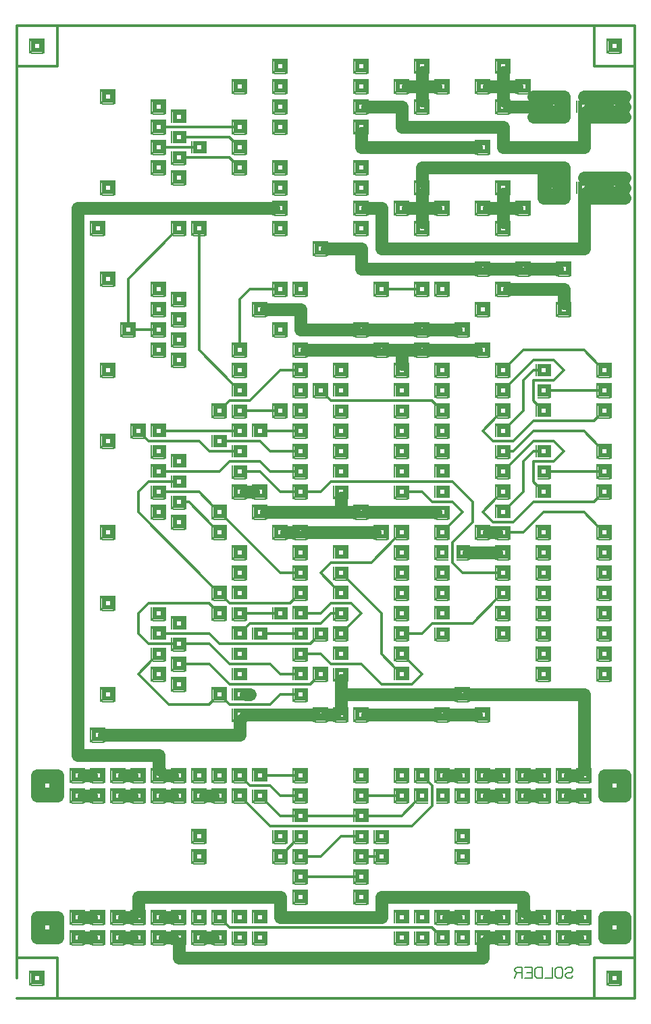
<source format=gbl>
%MOIN*%
%FSLAX23Y23*%
%ADD10C,.012*%
%ADD11C,.062*%
%ADD12C,.050X.024*%
%ADD13R,.062X.062X.024*%
%ADD14C,.016*%
%ADD15R,.008X.062*%
%ADD16R,.062X.008*%
%ADD17C,.008*%
%LPD*%
G90*X0Y0D02*D13*X100Y100D03*D14*X131Y131D03*      
Y69D03*X69Y131D03*Y69D03*D15*X135Y100D03*X65D03*  
D16*X100Y135D03*Y65D03*X0Y100D02*D10*Y200D01*     
X200D01*Y0D01*X0D01*X200D02*X2850D01*X3050D01*    
Y200D01*X2850D01*Y0D01*D13*X2950Y100D03*D14*      
X2981Y131D03*Y69D03*X2919Y131D03*Y69D03*D15*      
X2985Y100D03*X2915D03*D16*X2950Y135D03*Y65D03*    
X3050Y200D02*D10*Y4600D01*X2850D01*Y4800D01*      
X200D01*Y4600D01*X0D01*Y200D01*X100Y300D02*D11*   
X200D01*Y400D01*X100D01*Y300D01*D13*X150Y350D03*  
X300Y300D03*D14*X331Y331D03*Y269D03*X269Y331D03*  
Y269D03*D15*X335Y300D03*X265D03*D16*X300Y335D03*  
Y265D03*X331Y300D02*D11*X369D01*D13*X400D03*D14*  
X431Y331D03*Y269D03*X369Y331D03*Y269D03*D15*      
X435Y300D03*X365D03*D16*X400Y335D03*Y265D03*D13*  
X500Y400D03*D14*X531Y431D03*Y369D03*X469Y431D03*  
Y369D03*D15*X535Y400D03*X465D03*D16*X500Y435D03*  
Y365D03*X531Y400D02*D11*X569D01*D13*X600D03*D14*  
X631Y431D03*Y369D03*X569Y431D03*Y369D03*D15*      
X635Y400D03*X565D03*D16*X600Y435D03*Y365D03*      
Y431D02*D11*Y500D01*X1300D01*Y400D01*X1800D01*    
Y500D01*X2500D01*Y431D01*D13*Y400D03*D14*         
X2531Y431D03*Y369D03*X2469Y431D03*Y369D03*D15*    
X2535Y400D03*X2465D03*D16*X2500Y435D03*Y365D03*   
X2531Y400D02*D11*X2569D01*D13*X2600D03*D14*       
X2631Y431D03*Y369D03*X2569Y431D03*Y369D03*D15*    
X2635Y400D03*X2565D03*D16*X2600Y435D03*Y365D03*   
D13*X2700Y300D03*D14*X2731Y331D03*Y269D03*        
X2669Y331D03*Y269D03*D15*X2735Y300D03*X2665D03*   
D16*X2700Y335D03*Y265D03*X2731Y300D02*D11*        
X2769D01*D13*X2800D03*D14*X2831Y331D03*Y269D03*   
X2769Y331D03*Y269D03*D15*X2835Y300D03*X2765D03*   
D16*X2800Y335D03*Y265D03*X2900Y400D02*D11*Y300D01*
X3000D01*Y400D01*X2900D01*D13*X2950Y350D03*       
X2800Y400D03*D14*X2831Y431D03*Y369D03*            
X2769Y431D03*Y369D03*D15*X2835Y400D03*X2765D03*   
D16*X2800Y435D03*Y365D03*X2769Y400D02*D11*        
X2731D01*D13*X2700D03*D14*X2731Y431D03*Y369D03*   
X2669Y431D03*Y369D03*D15*X2735Y400D03*X2665D03*   
D16*X2700Y435D03*Y365D03*D13*X2600Y300D03*D14*    
X2631Y331D03*Y269D03*X2569Y331D03*Y269D03*D15*    
X2635Y300D03*X2565D03*D16*X2600Y335D03*Y265D03*   
X2569Y300D02*D11*X2531D01*D13*X2500D03*D14*       
X2531Y331D03*Y269D03*X2469Y331D03*Y269D03*D15*    
X2535Y300D03*X2465D03*D16*X2500Y335D03*Y265D03*   
D13*X2400Y400D03*D14*X2431Y431D03*Y369D03*        
X2369Y431D03*Y369D03*D15*X2435Y400D03*X2365D03*   
D16*X2400Y435D03*Y365D03*X2369Y400D02*D11*        
X2331D01*D13*X2300D03*D14*X2331Y431D03*Y369D03*   
X2269Y431D03*Y369D03*D15*X2335Y400D03*X2265D03*   
D16*X2300Y435D03*Y365D03*D13*X2400Y300D03*D14*    
X2431Y331D03*Y269D03*X2369Y331D03*Y269D03*D15*    
X2435Y300D03*X2365D03*D16*X2400Y335D03*Y265D03*   
X2369Y300D02*D11*X2331D01*D13*X2300D03*D14*       
X2331Y331D03*Y269D03*X2269Y331D03*Y269D03*D15*    
X2335Y300D03*X2265D03*D16*X2300Y335D03*Y265D03*   
Y269D02*D11*Y200D01*X800D01*Y269D01*D13*Y300D03*  
D14*X831Y331D03*Y269D03*X769Y331D03*Y269D03*D15*  
X835Y300D03*X765D03*D16*X800Y335D03*Y265D03*      
X769Y300D02*D11*X731D01*D13*X700D03*D14*          
X731Y331D03*Y269D03*X669Y331D03*Y269D03*D15*      
X735Y300D03*X665D03*D16*X700Y335D03*Y265D03*D13*  
X800Y400D03*D14*X831Y431D03*Y369D03*X769Y431D03*  
Y369D03*D15*X835Y400D03*X765D03*D16*X800Y435D03*  
Y365D03*X769Y400D02*D11*X731D01*D13*X700D03*D14*  
X731Y431D03*Y369D03*X669Y431D03*Y369D03*D15*      
X735Y400D03*X665D03*D16*X700Y435D03*Y365D03*D13*  
X600Y300D03*D14*X631Y331D03*Y269D03*X569Y331D03*  
Y269D03*D15*X635Y300D03*X565D03*D16*X600Y335D03*  
Y265D03*X569Y300D02*D11*X531D01*D13*X500D03*D14*  
X531Y331D03*Y269D03*X469Y331D03*Y269D03*D15*      
X535Y300D03*X465D03*D16*X500Y335D03*Y265D03*D13*  
X400Y400D03*D14*X431Y431D03*Y369D03*X369Y431D03*  
Y369D03*D15*X435Y400D03*X365D03*D16*X400Y435D03*  
Y365D03*X369Y400D02*D11*X331D01*D13*X300D03*D14*  
X331Y431D03*Y369D03*X269Y431D03*Y369D03*D15*      
X335Y400D03*X265D03*D16*X300Y435D03*Y365D03*D13*  
X900Y1000D03*D14*X931Y1031D03*Y969D03*            
X869Y1031D03*Y969D03*D15*X935Y1000D03*X865D03*D16*
X900Y1035D03*Y965D03*X931Y1000D02*D11*X969D01*D13*
X1000D03*D14*X1031Y1031D03*Y969D03*X969Y1031D03*  
Y969D03*D15*X1035Y1000D03*X965D03*D16*            
X1000Y1035D03*Y965D03*D13*X1100Y1100D03*D14*      
X1131Y1131D03*Y1069D03*X1069Y1131D03*Y1069D03*D15*
X1135Y1100D03*X1065D03*D16*X1100Y1135D03*Y1065D03*
X1131Y1069D02*D10*X1150Y1050D01*X1250D01*         
X1300Y1000D01*X1369D01*D13*X1400D03*D14*          
X1431Y1031D03*Y969D03*X1369Y1031D03*Y969D03*D15*  
X1435Y1000D03*X1365D03*D16*X1400Y1035D03*Y965D03* 
X1300Y900D02*D10*X1369D01*D13*X1400D03*D14*       
X1431Y931D03*X1369D03*D15*X1435Y900D03*X1365D03*  
D16*X1400Y935D03*X1431Y900D02*D10*X1669D01*D13*   
X1700D03*D14*X1731Y931D03*X1669D03*D15*           
X1735Y900D03*X1665D03*D16*X1700Y935D03*           
X1731Y900D02*D10*X1900D01*X1969Y969D01*D13*       
X2000Y1000D03*D14*X1969Y1031D03*Y969D03*D15*      
X1965Y1000D03*D16*X2000Y1035D03*Y965D03*          
X2050Y950D02*D10*X1950Y850D01*X1250D01*           
X1131Y969D01*D13*X1100Y1000D03*D14*X1131Y1031D03* 
Y969D03*X1069Y1031D03*Y969D03*D15*X1135Y1000D03*  
X1065D03*D16*X1100Y1035D03*Y965D03*D13*           
X1200Y1100D03*D14*X1231Y1131D03*X1169D03*D15*     
X1235Y1100D03*X1165D03*D16*X1200Y1135D03*         
X1231Y1100D02*D10*X1369D01*D13*X1400D03*D14*      
X1431Y1131D03*Y1069D03*X1369Y1131D03*Y1069D03*D15*
X1435Y1100D03*X1365D03*D16*X1400Y1135D03*Y1065D03*
X1300Y900D02*D10*X1231Y969D01*D13*X1200Y1000D03*  
D14*X1231Y969D03*X1169D03*D15*X1235Y1000D03*      
X1165D03*D16*X1200Y965D03*D13*X1400Y800D03*D14*   
X1431Y769D03*X1369D03*D15*X1435Y800D03*X1365D03*  
D16*X1400Y765D03*X1369Y769D02*D10*X1331Y731D01*   
D13*X1300Y700D03*D14*X1331Y731D03*Y669D03*        
X1269Y731D03*Y669D03*D15*X1335Y700D03*X1265D03*   
D16*X1300Y735D03*Y665D03*D13*X1400Y600D03*D14*    
X1431Y631D03*Y569D03*X1369Y631D03*Y569D03*D15*    
X1435Y600D03*X1365D03*D16*X1400Y635D03*Y565D03*   
X1431Y600D02*D10*X1669D01*D13*X1700D03*D14*       
X1731Y631D03*Y569D03*X1669Y631D03*Y569D03*D15*    
X1735Y600D03*X1665D03*D16*X1700Y635D03*Y565D03*   
D13*X1800Y700D03*D14*X1831Y731D03*Y669D03*        
X1769Y731D03*Y669D03*D15*X1835Y700D03*X1765D03*   
D16*X1800Y735D03*Y665D03*X1769Y700D02*D10*        
X1731D01*D13*X1700D03*D14*X1731Y731D03*Y669D03*   
X1669Y731D03*Y669D03*D15*X1735Y700D03*X1665D03*   
D16*X1700Y735D03*Y665D03*D13*X1800Y800D03*D14*    
X1831Y769D03*X1769D03*D15*X1835Y800D03*X1765D03*  
D16*X1800Y765D03*X1600Y800D02*D10*X1500Y700D01*   
X1431D01*D13*X1400D03*D14*X1431Y731D03*Y669D03*   
X1369Y731D03*Y669D03*D15*X1435Y700D03*X1365D03*   
D16*X1400Y735D03*Y665D03*D13*X1300Y800D03*D14*    
X1331Y769D03*X1269D03*D15*X1335Y800D03*X1265D03*  
D16*X1300Y765D03*D13*X1400Y500D03*D14*            
X1431Y531D03*Y469D03*X1369Y531D03*Y469D03*D15*    
X1435Y500D03*X1365D03*D16*X1400Y535D03*Y465D03*   
X1600Y800D02*D10*X1669D01*D13*X1700D03*D14*       
X1731Y769D03*X1669D03*D15*X1735Y800D03*X1665D03*  
D16*X1700Y765D03*D13*X1900Y1000D03*D14*           
X1931Y1031D03*Y969D03*X1869Y1031D03*Y969D03*D15*  
X1935Y1000D03*X1865D03*D16*X1900Y1035D03*Y965D03* 
X1869Y1000D02*D10*X1731D01*D13*X1700D03*D14*      
X1731Y1031D03*Y969D03*X1669Y1031D03*Y969D03*D15*  
X1735Y1000D03*X1665D03*D16*X1700Y1035D03*Y965D03* 
D13*Y1100D03*D14*X1731Y1131D03*Y1069D03*          
X1669Y1131D03*Y1069D03*D15*X1735Y1100D03*X1665D03*
D16*X1700Y1135D03*Y1065D03*D13*X1900Y1100D03*D14* 
X1931Y1131D03*Y1069D03*X1869Y1131D03*Y1069D03*D15*
X1935Y1100D03*X1865D03*D16*X1900Y1135D03*Y1065D03*
D13*X2000Y1100D03*D14*X2031Y1131D03*Y1069D03*     
X1969Y1131D03*Y1069D03*D15*X2035Y1100D03*X1965D03*
D16*X2000Y1135D03*Y1065D03*X2031Y1069D02*D10*     
X2050Y1050D01*Y950D01*D13*X2100Y1000D03*D14*      
X2131Y1031D03*Y969D03*D15*X2135Y1000D03*D16*      
X2100Y1035D03*Y965D03*D13*X2200Y800D03*D14*       
X2231Y831D03*Y769D03*X2169Y831D03*Y769D03*D15*    
X2235Y800D03*X2165D03*D16*X2200Y835D03*Y765D03*   
D13*Y1100D03*D14*X2231Y1131D03*Y1069D03*          
X2169Y1131D03*Y1069D03*D15*X2235Y1100D03*X2165D03*
D16*X2200Y1135D03*Y1065D03*X2169Y1100D02*D11*     
X2131D01*D13*X2100D03*D14*X2131Y1131D03*Y1069D03* 
X2069Y1131D03*Y1069D03*D15*X2135Y1100D03*X2065D03*
D16*X2100Y1135D03*Y1065D03*D13*X2200Y1000D03*D14* 
X2231Y1031D03*Y969D03*X2169Y1031D03*Y969D03*D15*  
X2235Y1000D03*X2165D03*D16*X2200Y1035D03*Y965D03* 
D13*X2300Y1000D03*D14*X2331Y1031D03*Y969D03*      
X2269Y1031D03*Y969D03*D15*X2335Y1000D03*X2265D03* 
D16*X2300Y1035D03*Y965D03*X2331Y1000D02*D11*      
X2369D01*D13*X2400D03*D14*X2431Y1031D03*Y969D03*  
X2369Y1031D03*Y969D03*D15*X2435Y1000D03*X2365D03* 
D16*X2400Y1035D03*Y965D03*D13*X2500Y1100D03*D14*  
X2531Y1131D03*Y1069D03*X2469Y1131D03*Y1069D03*D15*
X2535Y1100D03*X2465D03*D16*X2500Y1135D03*Y1065D03*
X2531Y1100D02*D11*X2569D01*D13*X2600D03*D14*      
X2631Y1131D03*Y1069D03*X2569Y1131D03*Y1069D03*D15*
X2635Y1100D03*X2565D03*D16*X2600Y1135D03*Y1065D03*
D13*X2700Y1000D03*D14*X2731Y1031D03*Y969D03*      
X2669Y1031D03*Y969D03*D15*X2735Y1000D03*X2665D03* 
D16*X2700Y1035D03*Y965D03*X2731Y1000D02*D11*      
X2769D01*D13*X2800D03*D14*X2831Y1031D03*Y969D03*  
X2769Y1031D03*Y969D03*D15*X2835Y1000D03*X2765D03* 
D16*X2800Y1035D03*Y965D03*X2900Y1100D02*D11*      
Y1000D01*X3000D01*Y1100D01*X2900D01*D13*          
X2950Y1050D03*X2800Y1100D03*D14*X2831Y1131D03*    
Y1069D03*X2769Y1131D03*Y1069D03*D15*X2835Y1100D03*
X2765D03*D16*X2800Y1135D03*Y1065D03*X2769Y1100D02*
D11*X2731D01*D13*X2700D03*D14*X2731Y1131D03*      
Y1069D03*X2669Y1131D03*Y1069D03*D15*X2735Y1100D03*
X2665D03*D16*X2700Y1135D03*Y1065D03*D13*          
X2600Y1000D03*D14*X2631Y1031D03*Y969D03*          
X2569Y1031D03*Y969D03*D15*X2635Y1000D03*X2565D03* 
D16*X2600Y1035D03*Y965D03*X2569Y1000D02*D11*      
X2531D01*D13*X2500D03*D14*X2531Y1031D03*Y969D03*  
X2469Y1031D03*Y969D03*D15*X2535Y1000D03*X2465D03* 
D16*X2500Y1035D03*Y965D03*D13*X2400Y1100D03*D14*  
X2431Y1131D03*Y1069D03*X2369Y1131D03*Y1069D03*D15*
X2435Y1100D03*X2365D03*D16*X2400Y1135D03*Y1065D03*
X2369Y1100D02*D11*X2331D01*D13*X2300D03*D14*      
X2331Y1131D03*Y1069D03*X2269Y1131D03*Y1069D03*D15*
X2335Y1100D03*X2265D03*D16*X2300Y1135D03*Y1065D03*
D13*Y1400D03*D14*X2331Y1431D03*Y1369D03*          
X2269Y1431D03*Y1369D03*D15*X2335Y1400D03*X2265D03*
D16*X2300Y1435D03*Y1365D03*X2269Y1400D02*D11*     
X2131D01*D13*X2100D03*D14*X2131Y1431D03*Y1369D03* 
X2069Y1431D03*Y1369D03*D15*X2135Y1400D03*X2065D03*
D16*X2100Y1435D03*Y1365D03*X2069Y1400D02*D11*     
X1731D01*D13*X1700D03*D14*X1731Y1431D03*Y1369D03* 
X1669Y1431D03*Y1369D03*D15*X1735Y1400D03*X1665D03*
D16*X1700Y1435D03*Y1365D03*X1600Y1500D02*D11*     
Y1431D01*D13*Y1400D03*D14*X1631Y1431D03*Y1369D03* 
X1569Y1431D03*Y1369D03*D15*X1635Y1400D03*X1565D03*
D16*X1600Y1435D03*Y1365D03*X1569Y1400D02*D11*     
X1531D01*D13*X1500D03*D14*X1531Y1431D03*Y1369D03* 
X1469Y1431D03*Y1369D03*D15*X1535Y1400D03*X1465D03*
D16*X1500Y1435D03*Y1365D03*X1469Y1400D02*D11*     
X1131D01*D13*X1100D03*D14*X1131Y1369D03*X1069D03* 
D15*X1135Y1400D03*X1065D03*D16*X1100Y1365D03*     
Y1369D02*D11*Y1300D01*X431D01*D13*X400D03*D14*    
X431Y1331D03*Y1269D03*X369Y1331D03*Y1269D03*D15*  
X435Y1300D03*X365D03*D16*X400Y1335D03*Y1265D03*   
X300Y1200D02*D11*X700D01*Y1131D01*D13*Y1100D03*   
D14*X731Y1131D03*Y1069D03*X669Y1131D03*Y1069D03*  
D15*X735Y1100D03*X665D03*D16*X700Y1135D03*        
Y1065D03*X731Y1100D02*D11*X769D01*D13*X800D03*D14*
X831Y1131D03*Y1069D03*X769Y1131D03*Y1069D03*D15*  
X835Y1100D03*X765D03*D16*X800Y1135D03*Y1065D03*   
D13*X700Y1000D03*D14*X731Y1031D03*Y969D03*        
X669Y1031D03*Y969D03*D15*X735Y1000D03*X665D03*D16*
X700Y1035D03*Y965D03*X731Y1000D02*D11*X769D01*D13*
X800D03*D14*X831Y1031D03*Y969D03*X769Y1031D03*    
Y969D03*D15*X835Y1000D03*X765D03*D16*X800Y1035D03*
Y965D03*D13*X900Y1100D03*D14*X931Y1131D03*        
Y1069D03*X869Y1131D03*Y1069D03*D15*X935Y1100D03*  
X865D03*D16*X900Y1135D03*Y1065D03*D13*            
X600Y1100D03*D14*X631Y1131D03*Y1069D03*           
X569Y1131D03*Y1069D03*D15*X635Y1100D03*X565D03*   
D16*X600Y1135D03*Y1065D03*X569Y1100D02*D11*       
X531D01*D13*X500D03*D14*X531Y1131D03*Y1069D03*    
X469Y1131D03*Y1069D03*D15*X535Y1100D03*X465D03*   
D16*X500Y1135D03*Y1065D03*D13*X600Y1000D03*D14*   
X631Y1031D03*Y969D03*X569Y1031D03*Y969D03*D15*    
X635Y1000D03*X565D03*D16*X600Y1035D03*Y965D03*    
X569Y1000D02*D11*X531D01*D13*X500D03*D14*         
X531Y1031D03*Y969D03*X469Y1031D03*Y969D03*D15*    
X535Y1000D03*X465D03*D16*X500Y1035D03*Y965D03*D13*
X400Y1100D03*D14*X431Y1131D03*Y1069D03*           
X369Y1131D03*Y1069D03*D15*X435Y1100D03*X365D03*   
D16*X400Y1135D03*Y1065D03*X369Y1100D02*D11*       
X331D01*D13*X300D03*D14*X331Y1131D03*Y1069D03*    
X269Y1131D03*Y1069D03*D15*X335Y1100D03*X265D03*   
D16*X300Y1135D03*Y1065D03*D13*X400Y1000D03*D14*   
X431Y1031D03*Y969D03*X369Y1031D03*Y969D03*D15*    
X435Y1000D03*X365D03*D16*X400Y1035D03*Y965D03*    
X369Y1000D02*D11*X331D01*D13*X300D03*D14*         
X331Y1031D03*Y969D03*X269Y1031D03*Y969D03*D15*    
X335Y1000D03*X265D03*D16*X300Y1035D03*Y965D03*    
X200Y1100D02*D11*Y1000D01*X100D01*Y1100D01*       
X200D01*D13*X150Y1050D03*X300Y1200D02*D11*        
Y3900D01*X1269D01*D13*X1300D03*D14*X1331Y3931D03* 
Y3869D03*X1269Y3931D03*Y3869D03*D15*X1335Y3900D03*
X1265D03*D16*X1300Y3935D03*Y3865D03*D13*Y4000D03* 
D14*X1331Y4031D03*Y3969D03*X1269Y4031D03*Y3969D03*
D15*X1335Y4000D03*X1265D03*D16*X1300Y4035D03*     
Y3965D03*D13*Y3800D03*D14*X1331Y3831D03*Y3769D03* 
X1269Y3831D03*Y3769D03*D15*X1335Y3800D03*X1265D03*
D16*X1300Y3835D03*Y3765D03*D13*X1500Y3700D03*D14* 
X1531Y3731D03*Y3669D03*X1469Y3731D03*Y3669D03*D15*
X1535Y3700D03*X1465D03*D16*X1500Y3735D03*Y3665D03*
X1531Y3700D02*D11*X1700D01*Y3600D01*X2269D01*D13* 
X2300D03*D14*X2331Y3631D03*Y3569D03*X2269Y3631D03*
Y3569D03*D15*X2335Y3600D03*X2265D03*D16*          
X2300Y3635D03*Y3565D03*X2331Y3600D02*D11*X2469D01*
D13*X2500D03*D14*X2531Y3631D03*Y3569D03*          
X2469Y3631D03*Y3569D03*D15*X2535Y3600D03*X2465D03*
D16*X2500Y3635D03*Y3565D03*X2531Y3600D02*D11*     
X2669D01*D13*X2700D03*D14*X2731Y3631D03*Y3569D03* 
X2669Y3631D03*Y3569D03*D15*X2735Y3600D03*X2665D03*
D16*X2700Y3635D03*Y3565D03*X2800Y3700D02*D11*     
X1800D01*Y3900D01*X1731D01*D13*X1700D03*D14*      
X1731Y3931D03*Y3869D03*X1669Y3931D03*Y3869D03*D15*
X1735Y3900D03*X1665D03*D16*X1700Y3935D03*Y3865D03*
D13*Y4000D03*D14*X1731Y4031D03*Y3969D03*          
X1669Y4031D03*Y3969D03*D15*X1735Y4000D03*X1665D03*
D16*X1700Y4035D03*Y3965D03*D13*Y3800D03*D14*      
X1731Y3831D03*Y3769D03*X1669Y3831D03*Y3769D03*D15*
X1735Y3800D03*X1665D03*D16*X1700Y3835D03*Y3765D03*
D13*X1900Y3900D03*D14*X1931Y3931D03*Y3869D03*     
X1869Y3931D03*Y3869D03*D15*X1935Y3900D03*X1865D03*
D16*X1900Y3935D03*Y3865D03*X1931Y3900D02*D11*     
X2000D01*Y3831D01*D13*Y3800D03*D14*X2031Y3831D03* 
Y3769D03*X1969Y3831D03*Y3769D03*D15*X2035Y3800D03*
X1965D03*D16*X2000Y3835D03*Y3765D03*D13*          
X2100Y3900D03*D14*X2131Y3931D03*Y3869D03*         
X2069Y3931D03*Y3869D03*D15*X2135Y3900D03*X2065D03*
D16*X2100Y3935D03*Y3865D03*X2069Y3900D02*D11*     
X2000D01*Y3969D01*D13*Y4000D03*D14*X2031Y4031D03* 
Y3969D03*X1969Y4031D03*Y3969D03*D15*X2035Y4000D03*
X1965D03*D16*X2000Y4035D03*Y3965D03*Y4031D02*D11* 
Y4100D01*X2600D01*Y3950D01*X2650D01*X2700D01*     
Y4100D01*X2650D01*Y4031D01*D13*Y4000D03*D16*      
Y4035D03*Y3969D02*D11*Y3950D01*X2800D02*Y3700D01* 
X2700Y3500D02*Y3431D01*D13*Y3400D03*D14*          
X2731Y3431D03*Y3369D03*X2669Y3431D03*Y3369D03*D15*
X2735Y3400D03*X2665D03*D16*X2700Y3435D03*Y3365D03*
Y3500D02*D11*X2431D01*D13*X2400D03*D14*           
X2431Y3531D03*Y3469D03*X2369Y3531D03*Y3469D03*D15*
X2435Y3500D03*X2365D03*D16*X2400Y3535D03*Y3465D03*
D13*X2300Y3400D03*D14*X2331Y3431D03*Y3369D03*     
X2269Y3431D03*Y3369D03*D15*X2335Y3400D03*X2265D03*
D16*X2300Y3435D03*Y3365D03*D13*X2200Y3300D03*D14* 
X2231Y3331D03*Y3269D03*X2169Y3331D03*Y3269D03*D15*
X2235Y3300D03*X2165D03*D16*X2200Y3335D03*Y3265D03*
X2169Y3300D02*D11*X2031D01*D13*X2000D03*D14*      
X2031Y3331D03*Y3269D03*X1969Y3331D03*Y3269D03*D15*
X2035Y3300D03*X1965D03*D16*X2000Y3335D03*Y3265D03*
X1969Y3300D02*D11*X1731D01*D13*X1700D03*D14*      
X1731Y3331D03*Y3269D03*X1669Y3331D03*Y3269D03*D15*
X1735Y3300D03*X1665D03*D16*X1700Y3335D03*Y3265D03*
X1669Y3300D02*D11*X1400D01*Y3400D01*X1231D01*D13* 
X1200D03*D14*X1231Y3431D03*Y3369D03*X1169Y3431D03*
Y3369D03*D15*X1235Y3400D03*X1165D03*D16*          
X1200Y3435D03*Y3365D03*D13*X1300Y3300D03*D14*     
X1331Y3331D03*Y3269D03*X1269Y3331D03*Y3269D03*D15*
X1335Y3300D03*X1265D03*D16*X1300Y3335D03*Y3265D03*
D13*Y3500D03*D14*X1331Y3531D03*Y3469D03*          
X1269Y3531D03*Y3469D03*D15*X1335Y3500D03*X1265D03*
D16*X1300Y3535D03*Y3465D03*X1269Y3500D02*D10*     
X1150D01*X1100Y3450D01*Y3231D01*D13*Y3200D03*D14* 
X1131Y3231D03*Y3169D03*X1069Y3231D03*Y3169D03*D15*
X1135Y3200D03*X1065D03*D16*X1100Y3235D03*Y3165D03*
D13*Y3100D03*D14*X1131Y3131D03*Y3069D03*          
X1069Y3131D03*Y3069D03*D15*X1135Y3100D03*X1065D03*
D16*X1100Y3135D03*Y3065D03*X1300Y3100D02*D10*     
X1150Y2950D01*X1050D01*X1031Y2931D01*D13*         
X1000Y2900D03*D14*X1031Y2931D03*Y2869D03*         
X969Y2931D03*Y2869D03*D15*X1035Y2900D03*X965D03*  
D16*X1000Y2935D03*Y2865D03*D13*X1100Y2800D03*D14* 
X1131Y2831D03*X1069D03*D15*X1135Y2800D03*X1065D03*
D16*X1100Y2835D03*X1069Y2800D02*D10*X731D01*D13*  
X700D03*D14*X731Y2831D03*X669D03*D15*X735Y2800D03*
X665D03*D16*X700Y2835D03*X650Y2750D02*D10*X900D01*
X950Y2700D01*X1069D01*D13*X1100D03*D15*X1135D03*  
X1065D03*X1050Y2650D02*D10*X1000Y2600D01*X731D01* 
D13*X700D03*D14*X731Y2631D03*X669D03*D15*         
X735Y2600D03*X665D03*D16*X700Y2635D03*            
X650Y2550D02*D10*X600Y2500D01*Y2400D01*           
X969Y2031D01*D13*X1000Y2000D03*D14*X1031Y2031D03* 
Y1969D03*X969Y2031D03*Y1969D03*D15*X1035Y2000D03* 
X965D03*D16*X1000Y2035D03*Y1965D03*X1031Y1969D02* 
D10*X1050Y1950D01*X1350D01*X1369Y1969D01*D13*     
X1400Y2000D03*D14*X1431Y2031D03*Y1969D03*         
X1369Y2031D03*Y1969D03*D15*X1435Y2000D03*X1365D03*
D16*X1400Y2035D03*Y1965D03*X1500Y1900D02*D10*     
X1431D01*D13*X1400D03*D14*X1431Y1931D03*X1369D03* 
D15*X1435Y1900D03*X1365D03*D16*X1400Y1935D03*D13* 
X1500Y1800D03*D14*X1531Y1769D03*X1469D03*D15*     
X1535Y1800D03*X1465D03*D16*X1500Y1765D03*         
X1469Y1769D02*D10*X1450Y1750D01*X1000D01*         
X950Y1800D01*X731D01*D13*X700D03*D14*X731Y1831D03*
X669D03*D15*X735Y1800D03*X665D03*D16*X700Y1835D03*
X650Y1750D02*D10*X769D01*D13*X800D03*D14*         
X831Y1719D03*X769D03*D15*X835Y1750D03*X765D03*D16*
X800Y1715D03*X831Y1750D02*D10*X950D01*            
X1050Y1650D01*X1250D01*X1300Y1600D01*X1369D01*D13*
X1400D03*D14*X1431Y1631D03*X1369D03*D15*          
X1435Y1600D03*X1365D03*D16*X1400Y1635D03*         
X1450Y1550D02*D10*X1050D01*X950Y1650D01*X831D01*  
D13*X800D03*D14*X831Y1681D03*Y1619D03*            
X769Y1681D03*Y1619D03*D15*X835Y1650D03*X765D03*   
D16*X800Y1685D03*Y1615D03*D13*X700Y1700D03*D14*   
X731Y1669D03*X669D03*D15*X735Y1700D03*X665D03*D16*
X700Y1665D03*X669Y1669D02*D10*X600Y1600D01*       
X750Y1450D01*X950D01*X969Y1469D01*D13*            
X1000Y1500D03*D14*X1031Y1531D03*Y1469D03*         
X969Y1531D03*Y1469D03*D15*X1035Y1500D03*X965D03*  
D16*X1000Y1535D03*Y1465D03*X1031Y1469D02*D10*     
X1050Y1450D01*X1250D01*X1300Y1500D01*X1369D01*D13*
X1400D03*D14*X1431Y1469D03*X1369D03*D15*          
X1435Y1500D03*X1365D03*D16*X1400Y1465D03*         
X1450Y1550D02*D10*X1469Y1569D01*D13*X1500Y1600D03*
D14*X1531Y1631D03*Y1569D03*X1469Y1631D03*Y1569D03*
D15*X1535Y1600D03*X1465D03*D16*X1500Y1635D03*     
Y1565D03*X1550Y1650D02*D10*X1700D01*X1800Y1550D01*
X1950D01*X2000Y1600D01*X1931Y1669D01*D13*         
X1900Y1700D03*D14*X1931Y1731D03*Y1669D03*         
X1869Y1731D03*Y1669D03*D15*X1935Y1700D03*X1865D03*
D16*X1900Y1735D03*Y1665D03*X2000Y1800D02*D10*     
X1931D01*D13*X1900D03*D14*X1931Y1831D03*Y1769D03* 
X1869Y1831D03*Y1769D03*D15*X1935Y1800D03*X1865D03*
D16*X1900Y1835D03*Y1765D03*X1800Y1900D02*D10*     
Y1700D01*X1869Y1631D01*D13*X1900Y1600D03*D14*     
X1931Y1631D03*X1869D03*D15*X1935Y1600D03*X1865D03*
D16*X1900Y1635D03*D13*X2100Y1800D03*D14*          
X2131Y1769D03*X2069D03*D15*X2135Y1800D03*X2065D03*
D16*X2100Y1765D03*X2000Y1800D02*D10*X2050Y1850D01*
X2250D01*X2369Y1969D01*D13*X2400Y2000D03*D14*     
X2431Y2031D03*Y1969D03*X2369Y2031D03*Y1969D03*D15*
X2435Y2000D03*X2365D03*D16*X2400Y2035D03*Y1965D03*
D13*Y2100D03*D14*X2431Y2131D03*Y2069D03*          
X2369Y2131D03*Y2069D03*D15*X2435Y2100D03*X2365D03*
D16*X2400Y2135D03*Y2065D03*X2369Y2100D02*D10*     
X2200D01*X2150Y2150D01*Y2250D01*X2250Y2350D01*    
Y2450D01*X2150Y2550D01*X1550D01*X1500Y2500D01*    
X1431D01*D13*X1400D03*D14*X1431Y2531D03*Y2469D03* 
X1369Y2531D03*Y2469D03*D15*X1435Y2500D03*X1365D03*
D16*X1400Y2535D03*Y2465D03*X1369Y2500D02*D10*     
X1300D01*X1200Y2600D01*X1131D01*D13*X1100D03*D14* 
X1131Y2569D03*X1069D03*D15*X1135Y2600D03*X1065D03*
D16*X1100Y2565D03*X1050Y2650D02*D10*X1200D01*     
X1250Y2600D01*X1369D01*D13*X1400D03*D14*          
X1431Y2631D03*Y2569D03*X1369Y2631D03*Y2569D03*D15*
X1435Y2600D03*X1365D03*D16*X1400Y2635D03*Y2565D03*
D13*Y2700D03*D14*X1431Y2731D03*Y2669D03*          
X1369Y2731D03*Y2669D03*D15*X1435Y2700D03*X1365D03*
D16*X1400Y2735D03*Y2665D03*X1369Y2700D02*D10*     
X1250D01*X1200Y2750D01*X1031D01*D13*X1000D03*D15* 
X1035D03*X965D03*D13*X1100Y2900D03*D14*           
X1131Y2869D03*X1069D03*D15*X1135Y2900D03*X1065D03*
D16*X1100Y2865D03*X1131Y2900D02*D10*X1269D01*D13* 
X1300D03*D14*X1331Y2931D03*Y2869D03*X1269Y2931D03*
Y2869D03*D15*X1335Y2900D03*X1265D03*D16*          
X1300Y2935D03*Y2865D03*D13*X1400Y2800D03*D14*     
X1431Y2831D03*Y2769D03*X1369Y2831D03*Y2769D03*D15*
X1435Y2800D03*X1365D03*D16*X1400Y2835D03*Y2765D03*
X1369Y2800D02*D10*X1231D01*D13*X1200D03*D14*      
X1231Y2831D03*X1169D03*D15*X1235Y2800D03*X1165D03*
D16*X1200Y2835D03*D13*X1400Y3000D03*D14*          
X1431Y3031D03*Y2969D03*X1369Y3031D03*Y2969D03*D15*
X1435Y3000D03*X1365D03*D16*X1400Y3035D03*Y2965D03*
D13*Y2900D03*D14*X1431Y2931D03*Y2869D03*          
X1369Y2931D03*Y2869D03*D15*X1435Y2900D03*X1365D03*
D16*X1400Y2935D03*Y2865D03*D13*X1100Y3000D03*D14* 
X1131Y3031D03*X1069D03*D15*X1135Y3000D03*X1065D03*
D16*X1100Y3035D03*X1069Y3031D02*D10*X900Y3200D01* 
Y3769D01*D13*Y3800D03*D14*X931Y3831D03*Y3769D03*  
X869Y3831D03*Y3769D03*D15*X935Y3800D03*X865D03*   
D16*X900Y3835D03*Y3765D03*D13*X800Y3800D03*D14*   
X831Y3831D03*Y3769D03*X769Y3831D03*Y3769D03*D15*  
X835Y3800D03*X765D03*D16*X800Y3835D03*Y3765D03*   
X769Y3769D02*D10*X550Y3550D01*Y3331D01*D13*       
Y3300D03*D14*X581Y3331D03*Y3269D03*X519Y3331D03*  
Y3269D03*D15*X585Y3300D03*X515D03*D16*            
X550Y3335D03*Y3265D03*X581Y3300D02*D10*X669D01*   
D13*X700D03*D14*X731Y3331D03*Y3269D03*            
X669Y3331D03*Y3269D03*D15*X735Y3300D03*X665D03*   
D16*X700Y3335D03*Y3265D03*D13*X800Y3250D03*D14*   
X831Y3281D03*Y3219D03*X769Y3281D03*Y3219D03*D15*  
X835Y3250D03*X765D03*D16*X800Y3285D03*Y3215D03*   
D13*X700Y3400D03*D14*X731Y3431D03*Y3369D03*       
X669Y3431D03*Y3369D03*D15*X735Y3400D03*X665D03*   
D16*X700Y3435D03*Y3365D03*D13*Y3200D03*D14*       
X731Y3231D03*Y3169D03*X669Y3231D03*Y3169D03*D15*  
X735Y3200D03*X665D03*D16*X700Y3235D03*Y3165D03*   
D13*X800Y3350D03*D14*X831Y3381D03*Y3319D03*       
X769Y3381D03*Y3319D03*D15*X835Y3350D03*X765D03*   
D16*X800Y3385D03*Y3315D03*D13*Y3450D03*D14*       
X831Y3481D03*Y3419D03*X769Y3481D03*Y3419D03*D15*  
X835Y3450D03*X765D03*D16*X800Y3485D03*Y3415D03*   
D13*Y3150D03*D14*X831Y3181D03*Y3119D03*           
X769Y3181D03*Y3119D03*D15*X835Y3150D03*X765D03*   
D16*X800Y3185D03*Y3115D03*D13*X700Y3500D03*D14*   
X731Y3531D03*Y3469D03*X669Y3531D03*Y3469D03*D15*  
X735Y3500D03*X665D03*D16*X700Y3535D03*Y3465D03*   
D13*X450Y3550D03*D14*X481Y3581D03*Y3519D03*       
X419Y3581D03*Y3519D03*D15*X485Y3550D03*X415D03*   
D16*X450Y3585D03*Y3515D03*D13*Y3100D03*D14*       
X481Y3131D03*Y3069D03*X419Y3131D03*Y3069D03*D15*  
X485Y3100D03*X415D03*D16*X450Y3135D03*Y3065D03*   
D13*X600Y2800D03*D14*X631Y2831D03*Y2769D03*       
X569Y2831D03*Y2769D03*D15*X635Y2800D03*X565D03*   
D16*X600Y2835D03*Y2765D03*X631Y2769D02*D10*       
X650Y2750D01*D13*X700Y2700D03*D14*X731Y2669D03*   
X669D03*D15*X735Y2700D03*X665D03*D16*X700Y2665D03*
D13*X800Y2650D03*D14*X831Y2681D03*X769D03*D15*    
X835Y2650D03*X765D03*D16*X800Y2685D03*D13*        
X450Y2750D03*D14*X481Y2781D03*Y2719D03*           
X419Y2781D03*Y2719D03*D15*X485Y2750D03*X415D03*   
D16*X450Y2785D03*Y2715D03*X650Y2550D02*D10*       
X769D01*D13*X800D03*D15*X835D03*X765D03*          
X900Y2500D02*D10*X969Y2431D01*D13*X1000Y2400D03*  
D14*X1031Y2431D03*Y2369D03*X969Y2431D03*Y2369D03* 
D15*X1035Y2400D03*X965D03*D16*X1000Y2435D03*      
Y2365D03*X1031Y2369D02*D10*X1300Y2100D01*X1369D01*
D13*X1400D03*D14*X1431Y2131D03*Y2069D03*          
X1369Y2131D03*Y2069D03*D15*X1435Y2100D03*X1365D03*
D16*X1400Y2135D03*Y2065D03*X1500Y2100D02*D10*     
X1569Y2031D01*D13*X1600Y2000D03*D14*X1631Y2031D03*
X1569D03*D15*X1635Y2000D03*X1565D03*D16*          
X1600Y2035D03*X1650Y1950D02*D10*X1700Y1900D01*    
X1631Y1831D01*D13*X1600Y1800D03*D14*X1631Y1831D03*
Y1769D03*X1569Y1831D03*Y1769D03*D15*X1635Y1800D03*
X1565D03*D16*X1600Y1835D03*Y1765D03*X1500Y1900D02*
D10*X1550Y1950D01*X1650D01*D13*X1600Y1900D03*D14* 
X1631Y1869D03*X1569D03*D15*X1635Y1900D03*X1565D03*
D16*X1600Y1865D03*X1569Y1900D02*D10*X1550D01*     
X1500Y1850D01*X1150D01*X1131Y1831D01*D13*         
X1100Y1800D03*D14*X1131Y1831D03*X1069D03*D15*     
X1135Y1800D03*X1065D03*D16*X1100Y1835D03*D13*     
X1000Y1900D03*D14*X1031Y1931D03*Y1869D03*         
X969Y1931D03*Y1869D03*D15*X1035Y1900D03*X965D03*  
D16*X1000Y1935D03*Y1865D03*X969Y1931D02*D10*      
X950Y1950D01*X650D01*X600Y1900D01*Y1800D01*       
X650Y1750D01*D13*X700Y1900D03*D14*X731Y1869D03*   
X669D03*D15*X735Y1900D03*X665D03*D16*X700Y1865D03*
D13*Y1600D03*D14*X731Y1631D03*Y1569D03*           
X669Y1631D03*Y1569D03*D15*X735Y1600D03*X665D03*   
D16*X700Y1635D03*Y1565D03*D13*X800Y1850D03*D14*   
X831Y1881D03*X769D03*D15*X835Y1850D03*X765D03*D16*
X800Y1885D03*D13*X450Y1950D03*D14*X481Y1981D03*   
Y1919D03*X419Y1981D03*Y1919D03*D15*X485Y1950D03*  
X415D03*D16*X450Y1985D03*Y1915D03*D13*            
X800Y1550D03*D14*X831Y1581D03*Y1519D03*           
X769Y1581D03*Y1519D03*D15*X835Y1550D03*X765D03*   
D16*X800Y1585D03*Y1515D03*D13*X450Y1500D03*D14*   
X481Y1531D03*Y1469D03*X419Y1531D03*Y1469D03*D15*  
X485Y1500D03*X415D03*D16*X450Y1535D03*Y1465D03*   
D13*X1100Y2200D03*D14*X1131Y2231D03*Y2169D03*     
X1069Y2231D03*Y2169D03*D15*X1135Y2200D03*X1065D03*
D16*X1100Y2235D03*Y2165D03*D13*Y1500D03*D15*      
X1135D03*X1065D03*X1131D02*D11*X1150D01*D13*      
X1100Y1600D03*D15*X1135D03*X1065D03*D13*          
X1100Y1700D03*D15*X1135D03*X1065D03*D13*X1400D03* 
D14*X1431Y1669D03*X1369D03*D15*X1435Y1700D03*     
X1365D03*D16*X1400Y1665D03*X1431Y1700D02*D10*     
X1500D01*X1550Y1650D01*D13*X1600Y1600D03*D14*     
X1631Y1569D03*X1569D03*D15*X1635Y1600D03*X1565D03*
D16*X1600Y1565D03*Y1569D02*D11*Y1500D01*X2169D01* 
D13*X2200D03*D14*X2231Y1531D03*Y1469D03*          
X2169Y1531D03*Y1469D03*D15*X2235Y1500D03*X2165D03*
D16*X2200Y1535D03*Y1465D03*X2231Y1500D02*D11*     
X2800D01*Y1131D01*D13*X2900Y1600D03*D14*          
X2931Y1631D03*Y1569D03*X2869Y1631D03*Y1569D03*D15*
X2935Y1600D03*X2865D03*D16*X2900Y1635D03*Y1565D03*
D13*X2600Y1600D03*D14*X2631Y1631D03*Y1569D03*     
X2569Y1631D03*Y1569D03*D15*X2635Y1600D03*X2565D03*
D16*X2600Y1635D03*Y1565D03*D13*X2900Y1700D03*D14* 
X2931Y1731D03*Y1669D03*X2869Y1731D03*Y1669D03*D15*
X2935Y1700D03*X2865D03*D16*X2900Y1735D03*Y1665D03*
D13*X2600Y1700D03*D14*X2631Y1731D03*Y1669D03*     
X2569Y1731D03*Y1669D03*D15*X2635Y1700D03*X2565D03*
D16*X2600Y1735D03*Y1665D03*D13*X2200Y700D03*D14*  
X2231Y731D03*Y669D03*X2169Y731D03*Y669D03*D15*    
X2235Y700D03*X2165D03*D16*X2200Y735D03*Y665D03*   
D13*X2100Y400D03*D14*X2131Y431D03*Y369D03*        
X2069Y431D03*Y369D03*D15*X2135Y400D03*X2065D03*   
D16*X2100Y435D03*Y365D03*X2131Y400D02*D11*        
X2169D01*D13*X2200D03*D14*X2231Y431D03*Y369D03*   
X2169Y431D03*Y369D03*D15*X2235Y400D03*X2165D03*   
D16*X2200Y435D03*Y365D03*D13*X2100Y300D03*D14*    
X2131Y331D03*Y269D03*X2069Y331D03*Y269D03*D15*    
X2135Y300D03*X2065D03*D16*X2100Y335D03*Y265D03*   
X2069Y331D02*D10*X2050Y350D01*X1050D01*           
X1031Y369D01*D13*X1000Y400D03*D14*X1031Y431D03*   
Y369D03*X969Y431D03*Y369D03*D15*X1035Y400D03*     
X965D03*D16*X1000Y435D03*Y365D03*D13*X1100Y300D03*
D14*X1131Y269D03*X1069D03*D15*X1135Y300D03*       
X1065D03*D16*X1100Y265D03*D13*X900Y300D03*D14*    
X931Y331D03*Y269D03*X869Y331D03*Y269D03*D15*      
X935Y300D03*X865D03*D16*X900Y335D03*Y265D03*      
X931Y300D02*D11*X969D01*D13*X1000D03*D14*         
X1031Y331D03*Y269D03*X969Y331D03*Y269D03*D15*     
X1035Y300D03*X965D03*D16*X1000Y335D03*Y265D03*D13*
X1100Y400D03*D14*X1131Y431D03*X1069D03*D15*       
X1135Y400D03*X1065D03*D16*X1100Y435D03*D13*       
X900Y400D03*D14*X931Y431D03*Y369D03*X869Y431D03*  
Y369D03*D15*X935Y400D03*X865D03*D16*X900Y435D03*  
Y365D03*D13*X1200Y300D03*D14*X1231Y269D03*        
X1169D03*D15*X1235Y300D03*X1165D03*D16*           
X1200Y265D03*D13*Y400D03*D14*X1231Y431D03*        
X1169D03*D15*X1235Y400D03*X1165D03*D16*           
X1200Y435D03*D13*X900Y700D03*D14*X931Y731D03*     
Y669D03*X869Y731D03*Y669D03*D15*X935Y700D03*      
X865D03*D16*X900Y735D03*Y665D03*D13*Y800D03*D14*  
X931Y831D03*Y769D03*X869Y831D03*Y769D03*D15*      
X935Y800D03*X865D03*D16*X900Y835D03*Y765D03*D13*  
X1700Y500D03*D14*X1731Y531D03*Y469D03*            
X1669Y531D03*Y469D03*D15*X1735Y500D03*X1665D03*   
D16*X1700Y535D03*Y465D03*D13*X1000Y1100D03*D14*   
X1031Y1131D03*Y1069D03*X969Y1131D03*Y1069D03*D15* 
X1035Y1100D03*X965D03*D16*X1000Y1135D03*Y1065D03* 
D13*X1900Y300D03*D14*X1931Y269D03*X1869D03*D15*   
X1935Y300D03*X1865D03*D16*X1900Y265D03*D13*       
Y400D03*D14*X1931Y431D03*X1869D03*D15*            
X1935Y400D03*X1865D03*D16*X1900Y435D03*D13*       
X2000Y300D03*D14*X2031Y269D03*X1969D03*D15*       
X2035Y300D03*X1965D03*D16*X2000Y265D03*D13*       
Y400D03*D14*X2031Y431D03*X1969D03*D15*            
X2035Y400D03*X1965D03*D16*X2000Y435D03*D13*       
X2200Y300D03*D14*X2231Y331D03*Y269D03*            
X2169Y331D03*Y269D03*D15*X2235Y300D03*X2165D03*   
D16*X2200Y335D03*Y265D03*D13*X1600Y1700D03*D14*   
X1631Y1731D03*X1569D03*D15*X1635Y1700D03*X1565D03*
D16*X1600Y1735D03*X2709Y145D02*D17*X2718Y154D01*  
X2736D01*X2745Y145D01*Y136D01*X2736Y127D01*       
X2718D01*X2709Y118D01*Y109D01*X2718Y100D01*       
X2736D01*X2745Y109D01*X2659D02*X2668Y100D01*      
X2686D01*X2695Y109D01*Y145D01*X2686Y154D01*       
X2668D01*X2659Y145D01*Y109D01*X2645Y154D02*       
Y100D01*X2609D01*X2595D02*Y154D01*X2568D01*       
X2559Y145D01*Y109D01*X2568Y100D01*X2595D01*       
X2509D02*X2545D01*Y154D01*X2509D01*X2545Y127D02*  
X2518D01*X2495Y100D02*Y154D01*X2468D01*           
X2459Y145D01*Y136D01*X2468Y127D01*X2495D01*       
X2468D02*X2459Y100D01*D13*X2400Y1800D03*D14*      
X2431Y1831D03*Y1769D03*X2369Y1831D03*Y1769D03*D15*
X2435Y1800D03*X2365D03*D16*X2400Y1835D03*Y1765D03*
D13*X1400Y1800D03*D15*X1435D03*X1365D03*X1369D02* 
D10*X1231D01*D13*X1200D03*D15*X1235D03*X1165D03*  
D13*X1300Y1900D03*D15*X1335D03*X1265D03*X1269D02* 
D10*X1131D01*D13*X1100D03*D14*X1131Y1869D03*      
X1069D03*D15*X1135Y1900D03*X1065D03*D16*          
X1100Y1865D03*D13*Y2000D03*D14*X1131Y2031D03*     
X1069D03*D15*X1135Y2000D03*X1065D03*D16*          
X1100Y2035D03*D13*Y2100D03*D14*X1131Y2131D03*     
Y2069D03*X1069Y2131D03*Y2069D03*D15*X1135Y2100D03*
X1065D03*D16*X1100Y2135D03*Y2065D03*D13*          
X1400Y2200D03*D14*X1431Y2231D03*Y2169D03*         
X1369Y2231D03*Y2169D03*D15*X1435Y2200D03*X1365D03*
D16*X1400Y2235D03*Y2165D03*D13*Y2300D03*D14*      
X1431Y2331D03*Y2269D03*X1369Y2331D03*Y2269D03*D15*
X1435Y2300D03*X1365D03*D16*X1400Y2335D03*Y2265D03*
X1369Y2300D02*D11*X1331D01*D13*X1300D03*D14*      
X1331Y2331D03*Y2269D03*X1269Y2331D03*Y2269D03*D15*
X1335Y2300D03*X1265D03*D16*X1300Y2335D03*Y2265D03*
D13*X1200Y2400D03*D14*X1231Y2431D03*Y2369D03*     
X1169Y2431D03*Y2369D03*D15*X1235Y2400D03*X1165D03*
D16*X1200Y2435D03*Y2365D03*X1231Y2400D02*D11*     
X1600D01*X1669D01*D13*X1700D03*D14*X1731Y2431D03* 
Y2369D03*X1669Y2431D03*Y2369D03*D15*X1735Y2400D03*
X1665D03*D16*X1700Y2435D03*Y2365D03*X1731Y2400D02*
D11*X2069D01*D13*X2100D03*D14*X2131Y2369D03*      
X2069D03*D15*X2135Y2400D03*X2065D03*D16*          
X2100Y2365D03*X2150Y2450D02*D10*X2200Y2400D01*    
X2131Y2331D01*D13*X2100Y2300D03*D14*X2131Y2331D03*
Y2269D03*X2069Y2331D03*Y2269D03*D15*X2135Y2300D03*
X2065D03*D16*X2100Y2335D03*Y2265D03*D13*          
X2200Y2200D03*D14*X2231Y2231D03*Y2169D03*D15*     
X2235Y2200D03*D16*X2200Y2235D03*Y2165D03*         
X2231Y2200D02*D11*X2369D01*D13*X2400D03*D14*      
X2431Y2231D03*Y2169D03*X2369Y2231D03*Y2169D03*D15*
X2435Y2200D03*X2365D03*D16*X2400Y2235D03*Y2165D03*
X2500Y2300D02*D10*X2431D01*D13*X2400D03*D14*      
X2431Y2269D03*X2369D03*D15*X2435Y2300D03*X2365D03*
D16*X2400Y2265D03*X2369Y2300D02*D11*X2331D01*D13* 
X2300D03*D14*X2331Y2331D03*Y2269D03*X2269Y2331D03*
Y2269D03*D15*X2335Y2300D03*X2265D03*D16*          
X2300Y2335D03*Y2265D03*X2350Y2350D02*D10*X2450D01*
X2550Y2450D01*X2850D01*X2869Y2469D01*D13*         
X2900Y2500D03*D14*X2931Y2531D03*Y2469D03*         
X2869Y2531D03*Y2469D03*D15*X2935Y2500D03*X2865D03*
D16*X2900Y2535D03*Y2465D03*X2800Y2400D02*D10*     
X2869Y2331D01*D13*X2900Y2300D03*D14*X2931Y2331D03*
Y2269D03*X2869Y2331D03*Y2269D03*D15*X2935Y2300D03*
X2865D03*D16*X2900Y2335D03*Y2265D03*X2800Y2400D02*
D10*X2600D01*X2500Y2300D01*D13*X2600Y2200D03*D14* 
X2631Y2231D03*Y2169D03*X2569Y2231D03*Y2169D03*D15*
X2635Y2200D03*X2565D03*D16*X2600Y2235D03*Y2165D03*
D13*X2400Y2400D03*D14*X2431Y2431D03*X2369D03*D15* 
X2435Y2400D03*X2365D03*D16*X2400Y2435D03*         
X2431Y2431D02*D10*X2500Y2500D01*Y2650D01*         
X2550Y2700D01*X2569D01*D13*X2600D03*D15*X2635D03* 
X2565D03*X2650Y2650D02*D10*X2550D01*Y2550D01*     
X2569Y2531D01*D13*X2600Y2500D03*D14*X2631Y2531D03*
X2569D03*D15*X2635Y2500D03*X2565D03*D16*          
X2600Y2535D03*D13*Y2600D03*D14*X2631Y2569D03*D15* 
X2635Y2600D03*D16*X2600Y2565D03*X2631Y2600D02*D10*
X2869D01*D13*X2900D03*D14*X2931Y2631D03*Y2569D03* 
X2869Y2631D03*Y2569D03*D15*X2935Y2600D03*X2865D03*
D16*X2900Y2635D03*Y2565D03*D13*Y2700D03*D14*      
X2931Y2731D03*Y2669D03*X2869Y2731D03*Y2669D03*D15*
X2935Y2700D03*X2865D03*D16*X2900Y2735D03*Y2665D03*
X2869Y2731D02*D10*X2800Y2800D01*X2550D01*         
X2450Y2700D01*X2431D01*D13*X2400D03*D14*          
X2431Y2669D03*X2369D03*D15*X2435Y2700D03*X2365D03*
D16*X2400Y2665D03*X2450Y2750D02*D10*X2350D01*     
X2300Y2800D01*X2369Y2869D01*D13*X2400Y2900D03*D14*
X2431Y2931D03*Y2869D03*X2369Y2931D03*Y2869D03*D15*
X2435Y2900D03*X2365D03*D16*X2400Y2935D03*Y2865D03*
X2500Y2900D02*D10*X2431Y2831D01*D13*X2400Y2800D03*
D14*X2431Y2831D03*X2369D03*D15*X2435Y2800D03*     
X2365D03*D16*X2400Y2835D03*X2450Y2750D02*D10*     
X2550Y2850D01*X2850D01*X2869Y2869D01*D13*         
X2900Y2900D03*D14*X2931Y2931D03*Y2869D03*         
X2869Y2931D03*Y2869D03*D15*X2935Y2900D03*X2865D03*
D16*X2900Y2935D03*Y2865D03*D13*Y3000D03*D14*      
X2931Y3031D03*Y2969D03*X2869Y3031D03*Y2969D03*D15*
X2935Y3000D03*X2865D03*D16*X2900Y3035D03*Y2965D03*
X2869Y3000D02*D10*X2631D01*D13*X2600D03*D14*      
X2631Y2969D03*D15*X2635Y3000D03*D16*X2600Y2965D03*
X2650Y3050D02*D10*X2550D01*Y2950D01*X2569Y2931D01*
D13*X2600Y2900D03*D14*X2631Y2931D03*X2569D03*D15* 
X2635Y2900D03*X2565D03*D16*X2600Y2935D03*         
X2500Y2900D02*D10*Y3050D01*X2550Y3100D01*X2569D01*
D13*X2600D03*D15*X2635D03*X2565D03*X2650Y3050D02* 
D10*X2700Y3100D01*X2650Y3150D01*X2550D01*         
X2431Y3031D01*D13*X2400Y3000D03*D14*X2431Y3031D03*
Y2969D03*X2369Y3031D03*Y2969D03*D15*X2435Y3000D03*
X2365D03*D16*X2400Y3035D03*Y2965D03*D13*Y3100D03* 
D14*X2431Y3131D03*Y3069D03*X2369Y3131D03*Y3069D03*
D15*X2435Y3100D03*X2365D03*D16*X2400Y3135D03*     
Y3065D03*X2431Y3131D02*D10*X2500Y3200D01*X2800D01*
X2869Y3131D01*D13*X2900Y3100D03*D14*X2931Y3131D03*
Y3069D03*X2869Y3131D03*Y3069D03*D15*X2935Y3100D03*
X2865D03*D16*X2900Y3135D03*Y3065D03*X2550Y2750D02*
D10*X2431Y2631D01*D13*X2400Y2600D03*D14*          
X2431Y2631D03*Y2569D03*X2369Y2631D03*Y2569D03*D15*
X2435Y2600D03*X2365D03*D16*X2400Y2635D03*Y2565D03*
D13*Y2500D03*D14*X2431Y2531D03*Y2469D03*          
X2369Y2531D03*Y2469D03*D15*X2435Y2500D03*X2365D03*
D16*X2400Y2535D03*Y2465D03*X2369Y2469D02*D10*     
X2300Y2400D01*X2350Y2350D01*X2150Y2450D02*        
X2050D01*X2000Y2500D01*X1931D01*D13*X1900D03*D14* 
X1931Y2469D03*X1869D03*D15*X1935Y2500D03*X1865D03*
D16*X1900Y2465D03*D13*Y2600D03*D14*X1931Y2631D03* 
X1869D03*D15*X1935Y2600D03*X1865D03*D16*          
X1900Y2635D03*D13*X2100Y2700D03*D14*X2131Y2731D03*
Y2669D03*X2069Y2731D03*Y2669D03*D15*X2135Y2700D03*
X2065D03*D16*X2100Y2735D03*Y2665D03*D13*          
X1800Y2300D03*D14*X1831Y2331D03*Y2269D03*         
X1769Y2331D03*Y2269D03*D15*X1835Y2300D03*X1765D03*
D16*X1800Y2335D03*Y2265D03*X1769Y2300D02*D11*     
X1431D01*X1550Y2150D02*D10*X1500Y2100D01*         
X1550Y2150D02*X1750D01*X1869Y2269D01*D13*         
X1900Y2300D03*D14*X1931Y2331D03*Y2269D03*         
X1869Y2331D03*Y2269D03*D15*X1935Y2300D03*X1865D03*
D16*X1900Y2335D03*Y2265D03*D13*Y2200D03*D14*      
X1931Y2231D03*Y2169D03*X1869Y2231D03*Y2169D03*D15*
X1935Y2200D03*X1865D03*D16*X1900Y2235D03*Y2165D03*
D13*X2100Y2100D03*D14*X2131Y2131D03*Y2069D03*     
X2069Y2131D03*Y2069D03*D15*X2135Y2100D03*X2065D03*
D16*X2100Y2135D03*Y2065D03*D13*Y2500D03*D15*      
X2135D03*X2065D03*D13*X2100Y2200D03*D14*          
X2069Y2231D03*Y2169D03*D15*X2065Y2200D03*D16*     
X2100Y2235D03*Y2165D03*D13*X1900Y2100D03*D14*     
X1931Y2131D03*Y2069D03*X1869Y2131D03*Y2069D03*D15*
X1935Y2100D03*X1865D03*D16*X1900Y2135D03*Y2065D03*
D13*X1600Y2600D03*D14*X1631Y2631D03*X1569D03*D15* 
X1635Y2600D03*X1565D03*D16*X1600Y2635D03*D13*     
X2100Y2600D03*D14*X2131Y2631D03*X2069D03*D15*     
X2135Y2600D03*X2065D03*D16*X2100Y2635D03*D13*     
X1600Y2500D03*D14*X1631Y2469D03*X1569D03*D15*     
X1635Y2500D03*X1565D03*D16*X1600Y2465D03*Y2469D02*
D11*Y2400D01*D13*Y2200D03*D14*X1631Y2231D03*      
X1569D03*D15*X1635Y2200D03*X1565D03*D16*          
X1600Y2235D03*D13*X1900Y2700D03*D14*X1931Y2731D03*
Y2669D03*X1869Y2731D03*Y2669D03*D15*X1935Y2700D03*
X1865D03*D16*X1900Y2735D03*Y2665D03*D13*          
X1600Y2700D03*D14*X1631Y2731D03*Y2669D03*         
X1569Y2731D03*Y2669D03*D15*X1635Y2700D03*X1565D03*
D16*X1600Y2735D03*Y2665D03*D13*Y2100D03*D14*      
X1631Y2069D03*X1569D03*D15*X1635Y2100D03*X1565D03*
D16*X1600Y2065D03*X1631Y2069D02*D10*X1800Y1900D01*
D13*X1900Y2000D03*D14*X1931Y2031D03*Y1969D03*     
X1869Y2031D03*Y1969D03*D15*X1935Y2000D03*X1865D03*
D16*X1900Y2035D03*Y1965D03*D13*Y1900D03*D14*      
X1931Y1931D03*Y1869D03*X1869Y1931D03*Y1869D03*D15*
X1935Y1900D03*X1865D03*D16*X1900Y1935D03*Y1865D03*
D13*X2100Y1900D03*D14*X2131Y1931D03*X2069D03*D15* 
X2135Y1900D03*X2065D03*D16*X2100Y1935D03*D13*     
Y2000D03*D14*X2131Y2031D03*Y1969D03*X2069Y2031D03*
Y1969D03*D15*X2135Y2000D03*X2065D03*D16*          
X2100Y2035D03*Y1965D03*D13*X1200Y2500D03*D14*     
X1231Y2531D03*Y2469D03*X1169Y2531D03*Y2469D03*D15*
X1235Y2500D03*X1165D03*D16*X1200Y2535D03*Y2465D03*
X1169Y2500D02*D11*X1131D01*D13*X1100D03*D14*      
X1131Y2531D03*Y2469D03*X1069Y2531D03*Y2469D03*D15*
X1135Y2500D03*X1065D03*D16*X1100Y2535D03*Y2465D03*
D13*X1000Y2300D03*D14*X1031Y2331D03*Y2269D03*     
X969Y2331D03*Y2269D03*D15*X1035Y2300D03*X965D03*  
D16*X1000Y2335D03*Y2265D03*X969Y2331D02*D10*      
X850Y2450D01*X831D01*D13*X800D03*D14*X831Y2419D03*
X769D03*D15*X835Y2450D03*X765D03*D16*X800Y2415D03*
D13*X700Y2500D03*D14*X731Y2469D03*X669D03*D15*    
X735Y2500D03*X665D03*D16*X700Y2465D03*            
X731Y2500D02*D10*X900D01*D13*X800Y2350D03*D14*    
X831Y2381D03*Y2319D03*X769Y2381D03*Y2319D03*D15*  
X835Y2350D03*X765D03*D16*X800Y2385D03*Y2315D03*   
D13*X700Y2400D03*D14*X731Y2431D03*Y2369D03*       
X669Y2431D03*Y2369D03*D15*X735Y2400D03*X665D03*   
D16*X700Y2435D03*Y2365D03*D13*X450Y2300D03*D14*   
X481Y2331D03*Y2269D03*X419Y2331D03*Y2269D03*D15*  
X485Y2300D03*X415D03*D16*X450Y2335D03*Y2265D03*   
D13*X1400Y3100D03*D14*X1431Y3131D03*Y3069D03*     
X1369Y3131D03*Y3069D03*D15*X1435Y3100D03*X1365D03*
D16*X1400Y3135D03*Y3065D03*X1369Y3100D02*D10*     
X1300D01*D13*X1400Y3200D03*D14*X1431Y3231D03*     
Y3169D03*X1369Y3231D03*Y3169D03*D15*X1435Y3200D03*
X1365D03*D16*X1400Y3235D03*Y3165D03*X1431Y3200D02*
D11*X1769D01*D13*X1800D03*D14*X1831Y3231D03*      
Y3169D03*X1769Y3231D03*Y3169D03*D15*X1835Y3200D03*
X1765D03*D16*X1800Y3235D03*Y3165D03*X1831Y3200D02*
D11*X1900D01*Y3131D01*D13*Y3100D03*D14*           
X1931Y3131D03*Y3069D03*X1869Y3131D03*Y3069D03*D15*
X1935Y3100D03*X1865D03*D16*X1900Y3135D03*Y3065D03*
D13*X2000Y3200D03*D14*X2031Y3231D03*Y3169D03*     
X1969Y3231D03*Y3169D03*D15*X2035Y3200D03*X1965D03*
D16*X2000Y3235D03*Y3165D03*X1969Y3200D02*D11*     
X1900D01*X2031D02*X2269D01*D13*X2300D03*D14*      
X2331Y3231D03*Y3169D03*X2269Y3231D03*Y3169D03*D15*
X2335Y3200D03*X2265D03*D16*X2300Y3235D03*Y3165D03*
D13*X2100Y3000D03*D14*X2131Y3031D03*Y2969D03*     
X2069Y3031D03*Y2969D03*D15*X2135Y3000D03*X2065D03*
D16*X2100Y3035D03*Y2965D03*D13*Y3100D03*D14*      
X2131Y3131D03*Y3069D03*X2069Y3131D03*Y3069D03*D15*
X2135Y3100D03*X2065D03*D16*X2100Y3135D03*Y3065D03*
X2050Y2950D02*D10*X2069Y2931D01*D13*X2100Y2900D03*
D14*X2131Y2931D03*Y2869D03*X2069Y2931D03*Y2869D03*
D15*X2135Y2900D03*X2065D03*D16*X2100Y2935D03*     
Y2865D03*X2050Y2950D02*D10*X1550D01*X1531Y2969D01*
D13*X1500Y3000D03*D14*X1531Y3031D03*Y2969D03*     
X1469Y3031D03*Y2969D03*D15*X1535Y3000D03*X1465D03*
D16*X1500Y3035D03*Y2965D03*D13*X1600Y2900D03*D14* 
X1631Y2869D03*X1569D03*D15*X1635Y2900D03*X1565D03*
D16*X1600Y2865D03*D13*Y3100D03*D14*X1631Y3131D03* 
Y3069D03*X1569Y3131D03*Y3069D03*D15*X1635Y3100D03*
X1565D03*D16*X1600Y3135D03*Y3065D03*D13*Y3000D03* 
D14*X1631Y3031D03*X1569D03*D15*X1635Y3000D03*     
X1565D03*D16*X1600Y3035D03*D13*Y2800D03*D14*      
X1631Y2831D03*Y2769D03*X1569Y2831D03*Y2769D03*D15*
X1635Y2800D03*X1565D03*D16*X1600Y2835D03*Y2765D03*
D13*X1900Y2800D03*D14*X1931Y2831D03*Y2769D03*     
X1869Y2831D03*Y2769D03*D15*X1935Y2800D03*X1865D03*
D16*X1900Y2835D03*Y2765D03*D13*Y2900D03*D14*      
X1931Y2869D03*X1869D03*D15*X1935Y2900D03*X1865D03*
D16*X1900Y2865D03*D13*Y3000D03*D14*X1931Y3031D03* 
X1869D03*D15*X1935Y3000D03*X1865D03*D16*          
X1900Y3035D03*D13*X2000Y3500D03*D14*X2031Y3531D03*
Y3469D03*X1969Y3531D03*Y3469D03*D15*X2035Y3500D03*
X1965D03*D16*X2000Y3535D03*Y3465D03*X1969Y3500D02*
D10*X1831D01*D13*X1800D03*D14*X1831Y3531D03*      
Y3469D03*X1769Y3531D03*Y3469D03*D15*X1835Y3500D03*
X1765D03*D16*X1800Y3535D03*Y3465D03*D13*          
X2100Y3500D03*D14*X2131Y3531D03*Y3469D03*         
X2069Y3531D03*Y3469D03*D15*X2135Y3500D03*X2065D03*
D16*X2100Y3535D03*Y3465D03*D13*X1400Y3500D03*D14* 
X1431Y3531D03*Y3469D03*X1369Y3531D03*Y3469D03*D15*
X1435Y3500D03*X1365D03*D16*X1400Y3535D03*Y3465D03*
D13*X2300Y3900D03*D14*X2331Y3931D03*Y3869D03*     
X2269Y3931D03*Y3869D03*D15*X2335Y3900D03*X2265D03*
D16*X2300Y3935D03*Y3865D03*X2331Y3900D02*D11*     
X2400D01*Y3831D01*D13*Y3800D03*D14*X2431Y3831D03* 
Y3769D03*X2369Y3831D03*Y3769D03*D15*X2435Y3800D03*
X2365D03*D16*X2400Y3835D03*Y3765D03*D13*          
X2500Y3900D03*D14*X2531Y3931D03*Y3869D03*         
X2469Y3931D03*Y3869D03*D15*X2535Y3900D03*X2465D03*
D16*X2500Y3935D03*Y3865D03*X2469Y3900D02*D11*     
X2400D01*Y3969D01*D13*Y4000D03*D14*X2431Y4031D03* 
Y3969D03*X2369Y4031D03*Y3969D03*D15*X2435Y4000D03*
X2365D03*D16*X2400Y4035D03*Y3965D03*Y4200D02*D11* 
X2800D01*Y4350D01*X3000D01*D13*X2950Y4400D03*D15* 
X2985D03*X2915D03*X2919D02*D11*X2831D01*D13*      
X2800D03*D15*X2835D03*X2765D03*X2800Y4369D02*D11* 
Y4350D01*X2700Y4450D02*Y4400D01*Y4350D01*X2550D01*
Y4450D02*X2700D01*D13*X2650Y4400D03*D15*X2615D03* 
X2619D02*D11*X2431D01*D13*X2400D03*D14*           
X2431Y4431D03*Y4369D03*X2369Y4431D03*Y4369D03*D15*
X2435Y4400D03*X2365D03*D16*X2400Y4435D03*Y4365D03*
Y4431D02*D11*Y4500D01*X2331D01*D13*X2300D03*D14*  
X2331Y4531D03*Y4469D03*X2269Y4531D03*Y4469D03*D15*
X2335Y4500D03*X2265D03*D16*X2300Y4535D03*Y4465D03*
D13*X2400Y4600D03*D14*X2431Y4631D03*Y4569D03*     
X2369Y4631D03*Y4569D03*D15*X2435Y4600D03*X2365D03*
D16*X2400Y4635D03*Y4565D03*Y4569D02*D11*Y4500D01* 
X2469D01*D13*X2500D03*D14*X2531Y4531D03*Y4469D03* 
X2469Y4531D03*Y4469D03*D15*X2535Y4500D03*X2465D03*
D16*X2500Y4535D03*Y4465D03*X2681Y4400D02*D11*     
X2700D01*X2800Y4450D02*X3000D01*X2981Y4400D02*    
X3000D01*X3050Y4600D02*D10*Y4800D01*X2850D01*D13* 
X2950Y4700D03*D14*X2981Y4731D03*Y4669D03*         
X2919Y4731D03*Y4669D03*D15*X2985Y4700D03*X2915D03*
D16*X2950Y4735D03*Y4665D03*X2400Y4300D02*D11*     
Y4200D01*Y4300D02*X2250D01*X2200D01*X1900D01*     
Y4400D01*X1731D01*D13*X1700D03*D14*X1731Y4431D03* 
Y4369D03*X1669Y4431D03*Y4369D03*D15*X1735Y4400D03*
X1665D03*D16*X1700Y4435D03*Y4365D03*D13*Y4500D03* 
D14*X1731Y4531D03*Y4469D03*X1669Y4531D03*Y4469D03*
D15*X1735Y4500D03*X1665D03*D16*X1700Y4535D03*     
Y4465D03*D13*Y4300D03*D14*X1731Y4331D03*Y4269D03* 
X1669Y4331D03*Y4269D03*D15*X1735Y4300D03*X1665D03*
D16*X1700Y4335D03*Y4265D03*Y4269D02*D11*Y4200D01* 
X2269D01*D13*X2300D03*D14*X2331Y4231D03*Y4169D03* 
X2269Y4231D03*Y4169D03*D15*X2335Y4200D03*X2265D03*
D16*X2300Y4235D03*Y4165D03*X2200Y4300D02*D10*     
X2250D01*D13*X2100Y4500D03*D14*X2131Y4531D03*     
Y4469D03*X2069Y4531D03*Y4469D03*D15*X2135Y4500D03*
X2065D03*D16*X2100Y4535D03*Y4465D03*X2069Y4500D02*
D11*X2000D01*Y4431D01*D13*Y4400D03*D14*           
X2031Y4431D03*Y4369D03*X1969Y4431D03*Y4369D03*D15*
X2035Y4400D03*X1965D03*D16*X2000Y4435D03*Y4365D03*
D13*X1900Y4500D03*D14*X1931Y4531D03*Y4469D03*     
X1869Y4531D03*Y4469D03*D15*X1935Y4500D03*X1865D03*
D16*X1900Y4535D03*Y4465D03*X1931Y4500D02*D11*     
X2000D01*Y4569D01*D13*Y4600D03*D14*X2031Y4631D03* 
Y4569D03*X1969Y4631D03*Y4569D03*D15*X2035Y4600D03*
X1965D03*D16*X2000Y4635D03*Y4565D03*D13*          
X1700Y4600D03*D14*X1731Y4631D03*Y4569D03*         
X1669Y4631D03*Y4569D03*D15*X1735Y4600D03*X1665D03*
D16*X1700Y4635D03*Y4565D03*D13*Y4100D03*D14*      
X1731Y4131D03*Y4069D03*X1669Y4131D03*Y4069D03*D15*
X1735Y4100D03*X1665D03*D16*X1700Y4135D03*Y4065D03*
X2600Y4100D02*D11*X2650D01*X2800Y3950D02*X3000D01*
D13*X2950Y4000D03*D15*X2985D03*X2915D03*X2919D02* 
D11*X2831D01*D13*X2800D03*D15*X2835D03*X2765D03*  
X2800Y3969D02*D11*Y3950D01*Y4050D02*X3000D01*     
X2981Y4000D02*X3000D01*D13*X2100Y2800D03*D14*     
X2131Y2831D03*Y2769D03*X2069Y2831D03*Y2769D03*D15*
X2135Y2800D03*X2065D03*D16*X2100Y2835D03*Y2765D03*
X2550Y2750D02*D10*X2650D01*X2700Y2700D01*         
X2650Y2650D01*D13*X2600Y2300D03*D14*X2631Y2331D03*
Y2269D03*X2569Y2331D03*Y2269D03*D15*X2635Y2300D03*
X2565D03*D16*X2600Y2335D03*Y2265D03*D13*          
X2900Y2200D03*D14*X2931Y2231D03*Y2169D03*         
X2869Y2231D03*Y2169D03*D15*X2935Y2200D03*X2865D03*
D16*X2900Y2235D03*Y2165D03*D13*X2600Y2100D03*D14* 
X2631Y2131D03*Y2069D03*X2569Y2131D03*Y2069D03*D15*
X2635Y2100D03*X2565D03*D16*X2600Y2135D03*Y2065D03*
D13*X2900Y2100D03*D14*X2931Y2131D03*Y2069D03*     
X2869Y2131D03*Y2069D03*D15*X2935Y2100D03*X2865D03*
D16*X2900Y2135D03*Y2065D03*D13*X2600Y2000D03*D14* 
X2631Y2031D03*Y1969D03*X2569Y2031D03*Y1969D03*D15*
X2635Y2000D03*X2565D03*D16*X2600Y2035D03*Y1965D03*
D13*X2900Y2000D03*D14*X2931Y2031D03*Y1969D03*     
X2869Y2031D03*Y1969D03*D15*X2935Y2000D03*X2865D03*
D16*X2900Y2035D03*Y1965D03*D13*X2400Y1900D03*D14* 
X2431Y1931D03*Y1869D03*X2369Y1931D03*Y1869D03*D15*
X2435Y1900D03*X2365D03*D16*X2400Y1935D03*Y1865D03*
D13*X2600Y1900D03*D14*X2631Y1931D03*Y1869D03*     
X2569Y1931D03*Y1869D03*D15*X2635Y1900D03*X2565D03*
D16*X2600Y1935D03*Y1865D03*D13*X2900Y1900D03*D14* 
X2931Y1931D03*Y1869D03*X2869Y1931D03*Y1869D03*D15*
X2935Y1900D03*X2865D03*D16*X2900Y1935D03*Y1865D03*
D13*X2600Y1800D03*D14*X2631Y1831D03*Y1769D03*     
X2569Y1831D03*Y1769D03*D15*X2635Y1800D03*X2565D03*
D16*X2600Y1835D03*Y1765D03*D13*X2900Y1800D03*D14* 
X2931Y1831D03*Y1769D03*X2869Y1831D03*Y1769D03*D15*
X2935Y1800D03*X2865D03*D16*X2900Y1835D03*Y1765D03*
D13*X1300Y4100D03*D14*X1331Y4131D03*Y4069D03*     
X1269Y4131D03*Y4069D03*D15*X1335Y4100D03*X1265D03*
D16*X1300Y4135D03*Y4065D03*D13*X1100Y4200D03*D14* 
X1131Y4231D03*Y4169D03*X1069Y4231D03*Y4169D03*D15*
X1135Y4200D03*X1065D03*D16*X1100Y4235D03*Y4165D03*
X1069Y4231D02*D10*X1050Y4250D01*X831D01*D13*      
X800D03*D15*X835D03*X765D03*D13*X900Y4200D03*D15* 
X935D03*X865D03*X869D02*D10*X731D01*D13*X700D03*  
D14*X731Y4231D03*Y4169D03*X669Y4231D03*Y4169D03*  
D15*X735Y4200D03*X665D03*D16*X700Y4235D03*        
Y4165D03*D13*X800Y4150D03*D14*X831Y4119D03*       
X769D03*D15*X835Y4150D03*X765D03*D16*X800Y4115D03*
X831Y4150D02*D10*X1050D01*X1069Y4131D01*D13*      
X1100Y4100D03*D14*X1131Y4131D03*Y4069D03*         
X1069Y4131D03*Y4069D03*D15*X1135Y4100D03*X1065D03*
D16*X1100Y4135D03*Y4065D03*D13*X1300Y4300D03*D14* 
X1331Y4331D03*Y4269D03*X1269Y4331D03*Y4269D03*D15*
X1335Y4300D03*X1265D03*D16*X1300Y4335D03*Y4265D03*
D13*X1100Y4300D03*D14*X1131Y4331D03*Y4269D03*     
X1069Y4331D03*Y4269D03*D15*X1135Y4300D03*X1065D03*
D16*X1100Y4335D03*Y4265D03*X1069Y4300D02*D10*     
X731D01*D13*X700D03*D14*X731Y4331D03*Y4269D03*    
X669Y4331D03*Y4269D03*D15*X735Y4300D03*X665D03*   
D16*X700Y4335D03*Y4265D03*D13*Y4400D03*D14*       
X731Y4431D03*Y4369D03*X669Y4431D03*Y4369D03*D15*  
X735Y4400D03*X665D03*D16*X700Y4435D03*Y4365D03*   
D13*X800Y4350D03*D14*X831Y4381D03*X769D03*D15*    
X835Y4350D03*X765D03*D16*X800Y4385D03*D13*        
X700Y4100D03*D14*X731Y4131D03*Y4069D03*           
X669Y4131D03*Y4069D03*D15*X735Y4100D03*X665D03*   
D16*X700Y4135D03*Y4065D03*D13*X450Y4450D03*D14*   
X481Y4481D03*Y4419D03*X419Y4481D03*Y4419D03*D15*  
X485Y4450D03*X415D03*D16*X450Y4485D03*Y4415D03*   
D13*X800Y4050D03*D14*X831Y4081D03*Y4019D03*       
X769Y4081D03*Y4019D03*D15*X835Y4050D03*X765D03*   
D16*X800Y4085D03*Y4015D03*D13*X450Y4000D03*D14*   
X481Y4031D03*Y3969D03*X419Y4031D03*Y3969D03*D15*  
X485Y4000D03*X415D03*D16*X450Y4035D03*Y3965D03*   
D13*X1100Y4500D03*D14*X1131Y4531D03*Y4469D03*     
X1069Y4531D03*Y4469D03*D15*X1135Y4500D03*X1065D03*
D16*X1100Y4535D03*Y4465D03*X200Y4800D02*D10*X0D01*
Y4600D01*D13*X100Y4700D03*D14*X131Y4731D03*       
Y4669D03*X69Y4731D03*Y4669D03*D15*X135Y4700D03*   
X65D03*D16*X100Y4735D03*Y4665D03*D13*X400Y3800D03*
D14*X431Y3831D03*Y3769D03*X369Y3831D03*Y3769D03*  
D15*X435Y3800D03*X365D03*D16*X400Y3835D03*        
Y3765D03*D13*X1300Y4400D03*D14*X1331Y4431D03*     
Y4369D03*X1269Y4431D03*Y4369D03*D15*X1335Y4400D03*
X1265D03*D16*X1300Y4435D03*Y4365D03*D13*Y4500D03* 
D14*X1331Y4531D03*Y4469D03*X1269Y4531D03*Y4469D03*
D15*X1335Y4500D03*X1265D03*D16*X1300Y4535D03*     
Y4465D03*D13*Y4600D03*D14*X1331Y4631D03*Y4569D03* 
X1269Y4631D03*Y4569D03*D15*X1335Y4600D03*X1265D03*
D16*X1300Y4635D03*Y4565D03*X2709Y145D02*D17*      
X2718Y154D01*X2736D01*X2745Y145D01*Y136D01*       
X2736Y127D01*X2718D01*X2709Y118D01*Y109D01*       
X2718Y100D01*X2736D01*X2745Y109D01*X2659D02*      
X2668Y100D01*X2686D01*X2695Y109D01*Y145D01*       
X2686Y154D01*X2668D01*X2659Y145D01*Y109D01*       
X2645Y154D02*Y100D01*X2609D01*X2595D02*Y154D01*   
X2568D01*X2559Y145D01*Y109D01*X2568Y100D01*       
X2595D01*X2509D02*X2545D01*Y154D01*X2509D01*      
X2545Y127D02*X2518D01*X2495Y100D02*Y154D01*       
X2468D01*X2459Y145D01*Y136D01*X2468Y127D01*       
X2495D01*X2468D02*X2459Y100D01*M02*               

</source>
